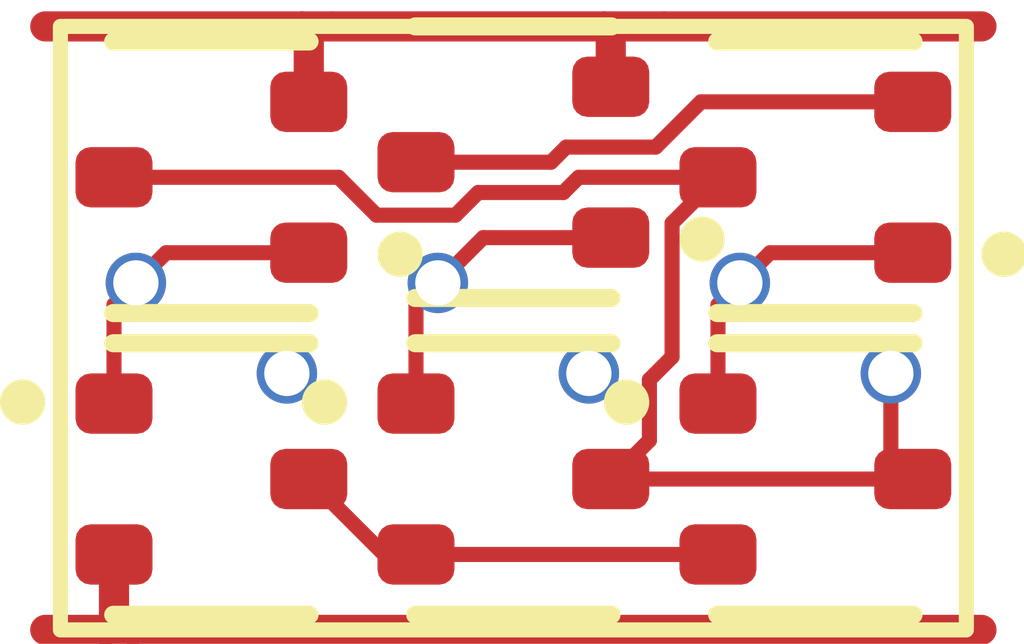
<source format=kicad_pcb>
(kicad_pcb (version 20241229) (generator "pcbnew") (generator_version "9.0")
  (layers (0 "F.Cu" signal) (2 "B.Cu" signal) (13 "F.Paste" user) (15 "B.Paste" user) (5 "F.SilkS" user "F.Silkscreen") (7 "B.SilkS" user "B.Silkscreen") (1 "F.Mask" user) (3 "B.Mask" user) (25 "Edge.Cuts" user))
  (net 0 "")
  (net 1 "A")
  (net 2 "GND")
  (net 3 "Y")
  (net 4 "B1")
  (net 5 "intB")
  (net 6 "B2")
  (net 7 "intN")
  (net 8 "VDD")
  (footprint "Package_TO_SOT_SMD:SOT-523" (layer "F.Cu") (at 1 1 180)
    (property "Reference" "P1" (hide yes))
    (property "Value" "" (hide yes))
    (fp_line (start 0.65 0.9) (end -0.65 0.9) (stroke (width 0.12)) (layer "F.SilkS"))
    (fp_line (start 0.65 -0.9) (end -0.65 -0.9) (stroke (width 0.12)) (layer "F.SilkS"))
    (fp_circle (center -1.25 -0.51) (end -1.1 -0.51) (fill yes) (layer "F.SilkS"))
    (pad "1" smd roundrect (at -0.645 -0.5) (size 0.51 0.4) (layers "F.Cu" "F.Mask" "F.Paste") (net 1 "A"))
    (pad "2" smd roundrect (at -0.645 0.5) (size 0.51 0.4) (layers "F.Cu" "F.Mask" "F.Paste") (net 8 "VDD"))
    (pad "3" smd roundrect (at 0.645 0) (size 0.51 0.4) (layers "F.Cu" "F.Mask" "F.Paste") (net 3 "Y"))
  )
  (footprint "Package_TO_SOT_SMD:SOT-523" (layer "F.Cu") (at 3 3)
    (property "Reference" "N2" (hide yes))
    (property "Value" "" (hide yes))
    (fp_line (start 0.65 -0.9) (end -0.65 -0.9) (stroke (width 0.12)) (layer "F.SilkS"))
    (fp_line (start 0.65 0.9) (end -0.65 0.9) (stroke (width 0.12)) (layer "F.SilkS"))
    (fp_circle (center -1.25 -0.51) (end -1.1 -0.51) (fill yes) (layer "F.SilkS"))
    (pad "1" smd roundrect (at -0.645 -0.5 180) (size 0.51 0.4) (layers "F.Cu" "F.Mask" "F.Paste") (net 4 "B1"))
    (pad "2" smd roundrect (at -0.645 0.5 180) (size 0.51 0.4) (layers "F.Cu" "F.Mask" "F.Paste") (net 7 "intN"))
    (pad "3" smd roundrect (at 0.645 0 180) (size 0.51 0.4) (layers "F.Cu" "F.Mask" "F.Paste") (net 3 "Y"))
  )
  (footprint "Package_TO_SOT_SMD:SOT-523" (layer "F.Cu") (at 3 0.9 180)
    (property "Reference" "P2" (hide yes))
    (property "Value" "" (hide yes))
    (fp_line (start 0.65 0.9) (end -0.65 0.9) (stroke (width 0.12)) (layer "F.SilkS"))
    (fp_line (start 0.65 -0.9) (end -0.65 -0.9) (stroke (width 0.12)) (layer "F.SilkS"))
    (fp_circle (center -1.25 -0.51) (end -1.1 -0.51) (fill yes) (layer "F.SilkS"))
    (pad "1" smd roundrect (at -0.645 -0.5) (size 0.51 0.4) (layers "F.Cu" "F.Mask" "F.Paste") (net 4 "B1"))
    (pad "2" smd roundrect (at -0.645 0.5) (size 0.51 0.4) (layers "F.Cu" "F.Mask" "F.Paste") (net 8 "VDD"))
    (pad "3" smd roundrect (at 0.645 0) (size 0.51 0.4) (layers "F.Cu" "F.Mask" "F.Paste") (net 5 "intB"))
  )
  (footprint "Package_TO_SOT_SMD:SOT-523" (layer "F.Cu") (at 5 3)
    (property "Reference" "N3" (hide yes))
    (property "Value" "" (hide yes))
    (fp_line (start 0.65 -0.9) (end -0.65 -0.9) (stroke (width 0.12)) (layer "F.SilkS"))
    (fp_line (start 0.65 0.9) (end -0.65 0.9) (stroke (width 0.12)) (layer "F.SilkS"))
    (fp_circle (center -1.25 -0.51) (end -1.1 -0.51) (fill yes) (layer "F.SilkS"))
    (pad "1" smd roundrect (at -0.645 -0.5 180) (size 0.51 0.4) (layers "F.Cu" "F.Mask" "F.Paste") (net 6 "B2"))
    (pad "2" smd roundrect (at -0.645 0.5 180) (size 0.51 0.4) (layers "F.Cu" "F.Mask" "F.Paste") (net 7 "intN"))
    (pad "3" smd roundrect (at 0.645 0 180) (size 0.51 0.4) (layers "F.Cu" "F.Mask" "F.Paste") (net 3 "Y"))
  )
  (footprint "Package_TO_SOT_SMD:SOT-523" (layer "F.Cu") (at 5 1 180)
    (property "Reference" "P3" (hide yes))
    (property "Value" "" (hide yes))
    (fp_line (start 0.65 0.9) (end -0.65 0.9) (stroke (width 0.12)) (layer "F.SilkS"))
    (fp_line (start 0.65 -0.9) (end -0.65 -0.9) (stroke (width 0.12)) (layer "F.SilkS"))
    (fp_circle (center -1.25 -0.51) (end -1.1 -0.51) (fill yes) (layer "F.SilkS"))
    (pad "1" smd roundrect (at -0.645 -0.5) (size 0.51 0.4) (layers "F.Cu" "F.Mask" "F.Paste") (net 6 "B2"))
    (pad "2" smd roundrect (at -0.645 0.5) (size 0.51 0.4) (layers "F.Cu" "F.Mask" "F.Paste") (net 5 "intB"))
    (pad "3" smd roundrect (at 0.645 0) (size 0.51 0.4) (layers "F.Cu" "F.Mask" "F.Paste") (net 3 "Y"))
  )
  (footprint "Package_TO_SOT_SMD:SOT-523" (layer "F.Cu") (at 1 3)
    (property "Reference" "N1" (hide yes))
    (property "Value" "" (hide yes))
    (fp_line (start 0.65 -0.9) (end -0.65 -0.9) (stroke (width 0.12)) (layer "F.SilkS"))
    (fp_line (start 0.65 0.9) (end -0.65 0.9) (stroke (width 0.12)) (layer "F.SilkS"))
    (fp_circle (center -1.25 -0.51) (end -1.1 -0.51) (fill yes) (layer "F.SilkS"))
    (pad "1" smd roundrect (at -0.645 -0.5 180) (size 0.51 0.4) (layers "F.Cu" "F.Mask" "F.Paste") (net 1 "A"))
    (pad "2" smd roundrect (at -0.645 0.5 180) (size 0.51 0.4) (layers "F.Cu" "F.Mask" "F.Paste") (net 2 "GND"))
    (pad "3" smd roundrect (at 0.645 0 180) (size 0.51 0.4) (layers "F.Cu" "F.Mask" "F.Paste") (net 7 "intN"))
  )
  (gr_rect (start 0 0) (end 6 4) (stroke (width 0.1)) (fill no) (layer "F.SilkS"))
  (via (at 1.5 2.3) (size 0.4) (drill 0.3) (layers "F.Cu" "B.Cu") (net 0))
  (via (at 3.5 2.3) (size 0.4) (drill 0.3) (layers "F.Cu" "B.Cu") (net 0))
  (segment (start 0.7 1.5) (end 0.5 1.7) (width 0.1) (layer "F.Cu") (net 1))
  (segment (start 1.645 1.5) (end 0.7 1.5) (width 0.1) (layer "F.Cu") (net 1))
  (segment (start 0.355 2.5) (end 0.355 1.845) (width 0.1) (layer "F.Cu") (net 1))
  (segment (start 0.355 1.845) (end 0.5 1.7) (width 0.1) (layer "F.Cu") (net 1))
  (via (at 0.5 1.7) (size 0.4) (drill 0.3) (layers "F.Cu" "B.Cu") (net 1))
  (segment (start 0.355 3.5) (end 0.355 3.945) (width 0.2) (layer "F.Cu") (net 2))
  (segment (start 0.3 4) (end 0.48 4) (width 0.2) (layer "F.Cu") (net 2))
  (segment (start 0.355 3.945) (end 0.3 4) (width 0.2) (layer "F.Cu") (net 2))
  (segment (start 0.48 4) (end 6.1 4) (width 0.2) (layer "F.Cu") (net 2))
  (segment (start -0.1 4) (end 0.3 4) (width 0.2) (layer "F.Cu") (net 2))
  (segment (start 3.432262 1) (end 4.355 1) (width 0.1) (layer "F.Cu") (net 3))
  (segment (start 3.901 2.341262) (end 3.901 2.744) (width 0.1) (layer "F.Cu") (net 3))
  (segment (start 5.5 2.3) (end 5.5 2.855) (width 0.1) (layer "F.Cu") (net 3))
  (segment (start 3.645 3) (end 5.645 3) (width 0.1) (layer "F.Cu") (net 3))
  (segment (start 2.766738 1.101) (end 3.331262 1.101) (width 0.1) (layer "F.Cu") (net 3))
  (segment (start 2.093262 1.251) (end 2.616738 1.251) (width 0.1) (layer "F.Cu") (net 3))
  (segment (start 1.842262 1) (end 2.093262 1.251) (width 0.1) (layer "F.Cu") (net 3))
  (segment (start 4.355 1) (end 4.051 1.304) (width 0.1) (layer "F.Cu") (net 3))
  (segment (start 0.355 1) (end 1.842262 1) (width 0.1) (layer "F.Cu") (net 3))
  (segment (start 3.901 2.744) (end 3.645 3) (width 0.1) (layer "F.Cu") (net 3))
  (segment (start 4.051 1.304) (end 4.051 2.191262) (width 0.1) (layer "F.Cu") (net 3))
  (segment (start 3.331262 1.101) (end 3.432262 1) (width 0.1) (layer "F.Cu") (net 3))
  (segment (start 5.5 2.855) (end 5.645 3) (width 0.1) (layer "F.Cu") (net 3))
  (segment (start 2.616738 1.251) (end 2.766738 1.101) (width 0.1) (layer "F.Cu") (net 3))
  (segment (start 4.051 2.191262) (end 3.901 2.341262) (width 0.1) (layer "F.Cu") (net 3))
  (via (at 5.5 2.3) (size 0.4) (drill 0.3) (layers "F.Cu" "B.Cu") (net 3))
  (segment (start 2.355 2.5) (end 2.355 1.845) (width 0.1) (layer "F.Cu") (net 4))
  (segment (start 2.355 1.845) (end 2.5 1.7) (width 0.1) (layer "F.Cu") (net 4))
  (segment (start 2.8 1.4) (end 2.5 1.7) (width 0.1) (layer "F.Cu") (net 4))
  (segment (start 3.645 1.4) (end 2.8 1.4) (width 0.1) (layer "F.Cu") (net 4))
  (via (at 2.5 1.7) (size 0.4) (drill 0.3) (layers "F.Cu" "B.Cu") (net 4))
  (segment (start 2.355 0.9) (end 3.249419 0.9) (width 0.1) (layer "F.Cu") (net 5))
  (segment (start 4.242262 0.5) (end 5.645 0.5) (width 0.1) (layer "F.Cu") (net 5))
  (segment (start 3.249419 0.9) (end 3.34942 0.8) (width 0.1) (layer "F.Cu") (net 5))
  (segment (start 3.34942 0.8) (end 3.942262 0.8) (width 0.1) (layer "F.Cu") (net 5))
  (segment (start 3.942262 0.8) (end 4.242262 0.5) (width 0.1) (layer "F.Cu") (net 5))
  (segment (start 4.355 2.5) (end 4.355 1.845) (width 0.1) (layer "F.Cu") (net 6))
  (segment (start 5.645 1.5) (end 4.7 1.5) (width 0.1) (layer "F.Cu") (net 6))
  (segment (start 4.7 1.5) (end 4.5 1.7) (width 0.1) (layer "F.Cu") (net 6))
  (segment (start 4.355 1.845) (end 4.5 1.7) (width 0.1) (layer "F.Cu") (net 6))
  (via (at 4.5 1.7) (size 0.4) (drill 0.3) (layers "F.Cu" "B.Cu") (net 6))
  (segment (start 2.145 3.5) (end 1.645 3) (width 0.1) (layer "F.Cu") (net 7))
  (segment (start 4.355 3.5) (end 2.355 3.5) (width 0.1) (layer "F.Cu") (net 7))
  (segment (start 2.355 3.5) (end 2.145 3.5) (width 0.1) (layer "F.Cu") (net 7))
  (segment (start 4 0) (end 6.1 0) (width 0.2) (layer "F.Cu") (net 8))
  (segment (start 3.645 0.4) (end 3.645 0.045) (width 0.2) (layer "F.Cu") (net 8))
  (segment (start 1.645 0.5) (end 1.645 0.045) (width 0.2) (layer "F.Cu") (net 8))
  (segment (start 3.645 0.045) (end 3.6 0) (width 0.2) (layer "F.Cu") (net 8))
  (segment (start 1.645 0.045) (end 1.6 0) (width 0.2) (layer "F.Cu") (net 8))
  (segment (start 1.6 0) (end 1.8 0) (width 0.2) (layer "F.Cu") (net 8))
  (segment (start 1.8 0) (end 3.6 0) (width 0.2) (layer "F.Cu") (net 8))
  (segment (start -0.1 0) (end 1.6 0) (width 0.2) (layer "F.Cu") (net 8))
  (segment (start 3.6 0) (end 4 0) (width 0.2) (layer "F.Cu") (net 8))
)
</source>
